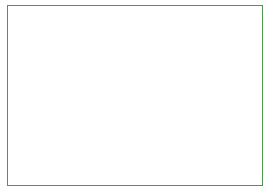
<source format=gm1>
%TF.GenerationSoftware,KiCad,Pcbnew,6.0.6*%
%TF.CreationDate,2022-06-29T17:15:04-04:00*%
%TF.ProjectId,tcke805,74636b65-3830-4352-9e6b-696361645f70,rev?*%
%TF.SameCoordinates,Original*%
%TF.FileFunction,Profile,NP*%
%FSLAX46Y46*%
G04 Gerber Fmt 4.6, Leading zero omitted, Abs format (unit mm)*
G04 Created by KiCad (PCBNEW 6.0.6) date 2022-06-29 17:15:04*
%MOMM*%
%LPD*%
G01*
G04 APERTURE LIST*
%TA.AperFunction,Profile*%
%ADD10C,0.100000*%
%TD*%
G04 APERTURE END LIST*
D10*
X99060000Y-62230000D02*
X120650000Y-62230000D01*
X120650000Y-77470000D02*
X99060000Y-77470000D01*
X120650000Y-62230000D02*
X120650000Y-77470000D01*
X99060000Y-77470000D02*
X99060000Y-62230000D01*
M02*

</source>
